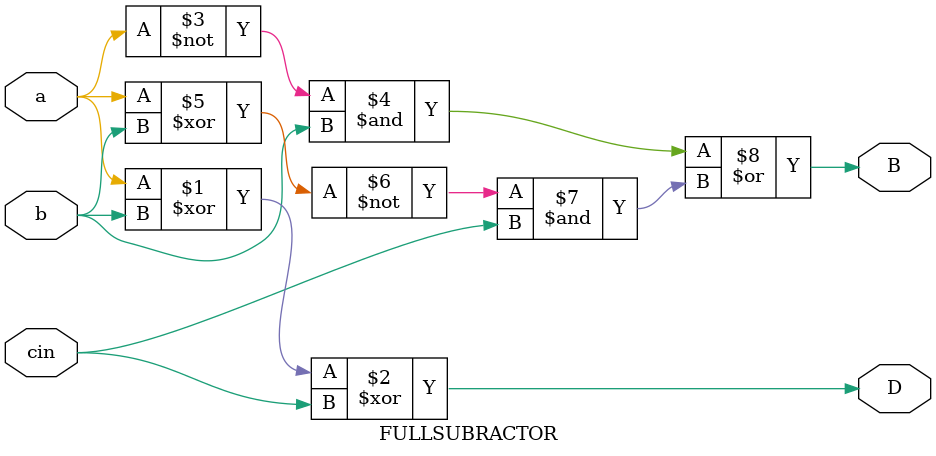
<source format=v>
`timescale 1ns / 1ps


module FULLSUBRACTOR(input a,b, cin,output D, B);
assign D=a^b^cin;
assign B=(~a&b)|(~(a^b)&cin);
endmodule

</source>
